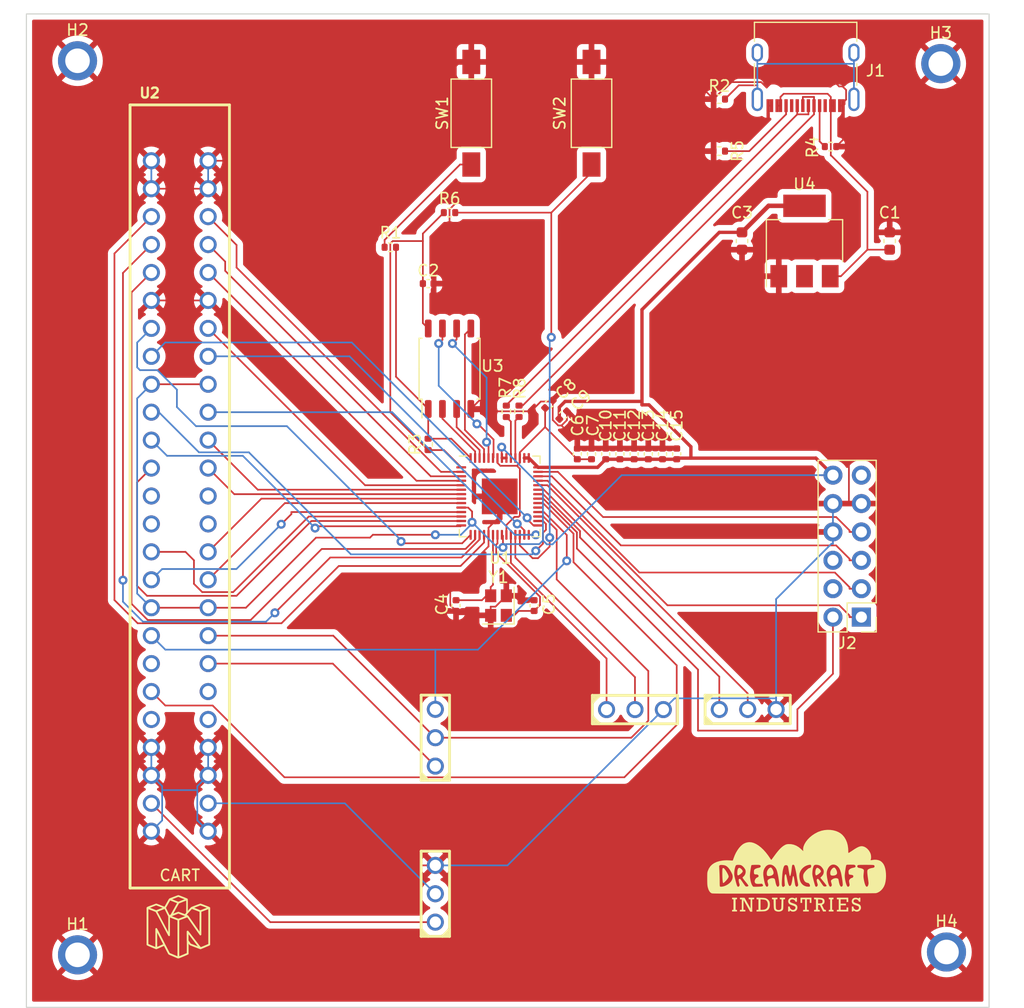
<source format=kicad_pcb>
(kicad_pcb (version 20211014) (generator pcbnew)
  (layers (0 "F.Cu" signal) (31 "B.Cu" signal) (34 "B.Paste" user) (35 "F.Paste" user) (36 "B.SilkS" user "B.Silkscreen") (37 "F.SilkS" user "F.Silkscreen") (38 "B.Mask" user) (39 "F.Mask" user) (44 "Edge.Cuts" user))
  (net 0 "")
  (net 1 "VBUS")
  (net 2 "/AD0")
  (net 3 "/AD1")
  (net 4 "/AD2")
  (net 5 "/AD3")
  (net 6 "/AD4")
  (net 7 "/AD5")
  (net 8 "/AD6")
  (net 9 "/AD7")
  (net 10 "/AD8")
  (net 11 "/AD9")
  (net 12 "/AD10")
  (net 13 "/AD11")
  (net 14 "/AD12")
  (net 15 "/AD13")
  (net 16 "/AD14")
  (net 17 "/AD15")
  (net 18 "GND")
  (net 19 "+3V3")
  (net 20 "/MCU1_XIN")
  (net 21 "Net-(C6-Pad1)")
  (net 22 "/MCU1_XOUT")
  (net 23 "/UART1 TX")
  (net 24 "/UART1 RX")
  (net 25 "/ALEL")
  (net 26 "/ALEH")
  (net 27 "/WRITE")
  (net 28 "/READ")
  (net 29 "/CIC_CLK")
  (net 30 "Net-(R7-Pad2)")
  (net 31 "/COLD_RESET")
  (net 32 "/SWCLK")
  (net 33 "/SWDIO")
  (net 34 "/CART_LAUDIO")
  (net 35 "/CART_RAUDIO")
  (net 36 "/CART_INT1")
  (net 37 "/CIC_DIO")
  (net 38 "/~{SSI_CS}")
  (net 39 "Net-(R1-Pad2)")
  (net 40 "Net-(J1-PadS1)")
  (net 41 "Net-(J1-PadA5)")
  (net 42 "Net-(J1-PadB5)")
  (net 43 "/RUN")
  (net 44 "/USB_D+")
  (net 45 "Net-(R8-Pad2)")
  (net 46 "/USB_D-")
  (net 47 "/GPIO23")
  (net 48 "/GPIO26")
  (net 49 "/GPIO27")
  (net 50 "/GPIO28")
  (net 51 "/GPIO29")
  (net 52 "/SSI_SD3")
  (net 53 "/SSI_SCLK")
  (net 54 "/SSI_SD0")
  (net 55 "/SSI_SD2")
  (net 56 "/SSI_SD1")
  (net 57 "/CART_12V")
  (net 58 "/N64_SI_CLK")
  (net 59 "/N64_SI_DAT")
  (net 60 "/CART_NMI")
  (net 62 "/CART_VIDEO_SYNC")
  (net 66 "/CART_12V_UNUSED")
  (footprint "Resistor_SMD:R_0402_1005Metric" (layer "F.Cu") (at 120.65 48.26)
    (fp_text reference "R2")
    (fp_text value "100k")
  )
  (footprint "Resistor_SMD:R_0402_1005Metric" (layer "F.Cu") (at 96.52 58.42)
    (fp_text reference "R6")
    (fp_text value "10k")
  )
  (footprint "MountingHole:MountingHole_2.2mm_M2_ISO7380_Pad_TopBottom" (layer "F.Cu") (at 63.246 124.841)
    (fp_text reference "H1")
    (fp_text value "MountingHole_Pad")
  )
  (footprint "Capacitor_SMD:C_0402_1005Metric" (layer "F.Cu") (at 114.3 80.01 90)
    (fp_text reference "C13")
    (fp_text value "100n" hide)
  )
  (footprint "MountingHole:MountingHole_2.2mm_M2_ISO7380_Pad_TopBottom" (layer "F.Cu") (at 63.246 44.831)
    (fp_text reference "H2")
    (fp_text value "MountingHole_Pad")
  )
  (footprint "Resistor_SMD:R_0402_1005Metric" (layer "F.Cu") (at 120.65 52.9153 180)
    (fp_text reference "R5")
    (fp_text value "5k1" hide)
  )
  (footprint "Resistor_SMD:R_0402_1005Metric" (layer "F.Cu") (at 102.7378 76.1965 -90)
    (fp_text reference "R8")
    (fp_text value "22R")
  )
  (footprint "Capacitor_SMD:C_0402_1005Metric" (layer "F.Cu") (at 97.1013 93.585 90)
    (fp_text reference "C4")
    (fp_text value "12p" hide)
  )
  (footprint "db-thparts:HDR1X3" (layer "F.Cu") (at 95.25 107.95 180)
    (fp_text reference "CON4" hide)
    (fp_text value "HDR1X3" hide)
  )
  (footprint "MountingHole:MountingHole_2.2mm_M2_ISO7380_Pad_TopBottom" (layer "F.Cu") (at 140.97 124.587)
    (fp_text reference "H4")
    (fp_text value "MountingHole_Pad")
  )
  (footprint "Button_Switch_SMD:SW_SPST_FSMSM" (layer "F.Cu") (at 98.4672 49.525 90)
    (fp_text reference "SW1")
    (fp_text value "BootButton")
  )
  (footprint "Package_SO:SOIC-8_5.23x5.23mm_P1.27mm" (layer "F.Cu") (at 96.52 72.39 90)
    (fp_text reference "U3")
    (fp_text value "W25Q128JVS" hide)
  )
  (footprint "Resistor_SMD:R_0402_1005Metric" (layer "F.Cu") (at 101.6 76.2 -90)
    (fp_text reference "R7")
    (fp_text value "22R")
  )
  (footprint "Capacitor_SMD:C_0402_1005Metric" (layer "F.Cu") (at 115.57 80.01 90)
    (fp_text reference "C14")
    (fp_text value "100n" hide)
  )
  (footprint "Resistor_SMD:R_0402_1005Metric" (layer "F.Cu") (at 94.6063 79.1601 90)
    (fp_text reference "R3")
    (fp_text value "10K" hide)
  )
  (footprint "db-thparts:N64-CONN" (layer "F.Cu") (at 69.85 53.7785)
    (fp_text reference "U2")
    (fp_text value "N64-Cartridge" hide)
  )
  (footprint "db-thparts:HDR1X3" (layer "F.Cu") (at 120.65 102.8825 90)
    (fp_text reference "CON1" hide)
    (fp_text value "HDR1X3" hide)
  )
  (footprint "Capacitor_SMD:C_0402_1005Metric" (layer "F.Cu") (at 107.95 80.01 90)
    (fp_text reference "C6")
    (fp_text value "100n" hide)
  )
  (footprint "Capacitor_SMD:C_0402_1005Metric" (layer "F.Cu") (at 110.49 80.01 90)
    (fp_text reference "C10")
    (fp_text value "100n" hide)
  )
  (footprint "Capacitor_SMD:C_0402_1005Metric" (layer "F.Cu") (at 111.76 80.01 90)
    (fp_text reference "C11")
    (fp_text value "100n" hide)
  )
  (footprint "Capacitor_SMD:C_0402_1005Metric" (layer "F.Cu") (at 105.41 75.565 45)
    (fp_text reference "C8")
    (fp_text value "1u")
  )
  (footprint "Capacitor_SMD:C_0402_1005Metric" (layer "F.Cu") (at 106.68 76.5412 45)
    (fp_text reference "C9")
    (fp_text value "1u")
  )
  (footprint "Capacitor_SMD:C_0402_1005Metric" (layer "F.Cu") (at 94.615 64.77)
    (fp_text reference "C2")
    (fp_text value "100n")
  )
  (footprint "Capacitor_SMD:C_0402_1005Metric" (layer "F.Cu") (at 116.84 80.01 90)
    (fp_text reference "C15")
    (fp_text value "100n")
  )
  (footprint "Capacitor_SMD:C_0402_1005Metric" (layer "F.Cu") (at 113.03 80.01 90)
    (fp_text reference "C12")
    (fp_text value "100n" hide)
  )
  (footprint "Resistor_SMD:R_0402_1005Metric" (layer "F.Cu") (at 130.599463 52.508817)
    (fp_text reference "R4")
    (fp_text value "5k1" hide)
  )
  (footprint "Capacitor_SMD:C_0603_1608Metric" (layer "F.Cu") (at 122.682 60.96 -90)
    (fp_text reference "C3")
    (fp_text value "10u")
  )
  (footprint "MountingHole:MountingHole_2.2mm_M2_ISO7380_Pad_TopBottom" (layer "F.Cu") (at 140.462 45.085)
    (fp_text reference "H3")
    (fp_text value "MountingHole_Pad")
  )
  (footprint "Capacitor_SMD:C_0402_1005Metric" (layer "F.Cu") (at 104.0863 93.585 -90)
    (fp_text reference "C5")
    (fp_text value "12p" hide)
  )
  (footprint "Package_TO_SOT_SMD:SOT-223-3_TabPin2" (layer "F.Cu") (at 128.27 60.96 90)
    (fp_text reference "U4")
    (fp_text value "NCP1117-3.3_SOT223")
  )
  (footprint "LOGO" (layer "F.Cu") (at 127.508 117.729)
    (fp_text reference "G***" hide)
    (fp_text value "LOGO" hide)
  )
  (footprint "Crystal:Crystal_SMD_2520-4Pin_2.5x2.0mm" (layer "F.Cu") (at 100.9 93.585 90)
    (fp_text reference "Y1")
    (fp_text value "12MHz 10ppm" hide)
  )
  (footprint "Connector_USB:USB_C_Receptacle_XKB_U262-16XN-4BVC11" (layer "F.Cu") (at 128.3718 45.175 180)
    (fp_text reference "J1")
    (fp_text value "USB_C_Receptacle_USB2.0")
  )
  (footprint "Package_DFN_QFN:QFN-56-1EP_7x7mm_P0.4mm_EP3.2x3.2mm" (layer "F.Cu") (at 101.0072 83.815)
    (fp_text reference "U1")
    (fp_text value "RP2040" hide)
  )
  (footprint "Resistor_SMD:R_0402_1005Metric" (layer "F.Cu") (at 91.2226 61.5182 180)
    (fp_text reference "R1")
    (fp_text value "1K")
  )
  (footprint "LOGO" (layer "F.Cu") (at 72.136 122.301)
    (fp_text reference "G***" hide)
    (fp_text value "LOGO" hide)
  )
  (footprint "Connector_PinHeader_2.54mm:PinHeader_2x06_P2.54mm_Vertical" (layer "F.Cu") (at 133.355 94.615 180)
    (fp_text reference "J2")
    (fp_text value "Conn_02x06_Odd_Even" hide)
  )
  (footprint "db-thparts:HDR1X3" (layer "F.Cu") (at 95.25 121.915 180)
    (fp_text reference "CON3" hide)
    (fp_text value "HDR1X3" hide)
  )
  (footprint "Button_Switch_SMD:SW_SPST_FSMSM" (layer "F.Cu") (at 109.22 49.525 -90)
    (fp_text reference "SW2")
    (fp_text value "ResetButton")
  )
  (footprint "db-thparts:HDR1X3" (layer "F.Cu") (at 110.5661 102.8935 90)
    (fp_text reference "CON2" hide)
    (fp_text value "HDR1X3" hide)
  )
  (footprint "Capacitor_SMD:C_0402_1005Metric" (layer "F.Cu") (at 109.22 80.01 90)
    (fp_text reference "C7")
    (fp_text value "100n" hide)
  )
  (footprint "Capacitor_SMD:C_0603_1608Metric" (layer "F.Cu") (at 135.89 60.96 90)
    (fp_text reference "C1")
    (fp_text value "10u")
  )
  (gr_rect (start 58.674 40.64) (end 144.78 129.54) (layer "Edge.Cuts") (width 0.1) (fill none))
  (gr_text "CART" (at 72.39 117.729) (layer "F.SilkS") (effects (font (size 1 1))))
  (segment (start 130.3371 47.782) (end 130.6218 48.0667) (width 0.15) (layer "F.Cu") (net 1))
  (segment (start 130.57 64.11) (end 131.5233 64.11) (width 0.15) (layer "F.Cu") (net 1))
  (segment (start 135.89 61.735) (end 133.8983 61.735) (width 0.15) (layer "F.Cu") (net 1))
  (segment (start 133.8983 56.5553) (end 133.8983 61.735) (width 0.15) (layer "F.Cu") (net 1))
  (segment (start 130.6218 48.845) (end 130.6218 48.0667) (width 0.15) (layer "F.Cu") (net 1))
  (segment (start 126.1218 48.845) (end 126.1218 48.0667) (width 0.15) (layer "F.Cu") (net 1))
  (segment (start 130.6218 48.845) (end 130.9218 48.845) (width 0.15) (layer "F.Cu") (net 1))
  (segment (start 133.8983 61.735) (end 131.5233 64.11) (width 0.15) (layer "F.Cu") (net 1))
  (segment (start 130.6218 53.2788) (end 133.8983 56.5553) (width 0.15) (layer "F.Cu") (net 1))
  (segment (start 126.1218 48.845) (end 125.8218 48.845) (width 0.15) (layer "F.Cu") (net 1))
  (segment (start 130.6218 48.845) (end 130.6218 53.2788) (width 0.15) (layer "F.Cu") (net 1))
  (segment (start 130.6218 53.2788) (end 130.6218 53.3186) (width 0.15) (layer "F.Cu") (net 1))
  (segment (start 126.4065 47.782) (end 130.3371 47.782) (width 0.15) (layer "F.Cu") (net 1))
  (segment (start 126.1218 48.0667) (end 126.4065 47.782) (width 0.15) (layer "F.Cu") (net 1))
  (segment (start 77.47 61.3185) (end 74.93 58.7785) (width 0.15) (layer "F.Cu") (net 2))
  (segment (start 77.47 63.3329) (end 77.47 61.3185) (width 0.15) (layer "F.Cu") (net 2))
  (segment (start 95.7521 81.615) (end 77.47 63.3329) (width 0.15) (layer "F.Cu") (net 2))
  (segment (start 97.5697 81.615) (end 95.7521 81.615) (width 0.15) (layer "F.Cu") (net 2))
  (segment (start 76.454 62.8025) (end 74.93 61.2785) (width 0.15) (layer "F.Cu") (net 3))
  (segment (start 97.5697 82.015) (end 94.842 82.015) (width 0.15) (layer "F.Cu") (net 3))
  (segment (start 76.454 63.627) (end 76.454 62.8025) (width 0.15) (layer "F.Cu") (net 3))
  (segment (start 94.842 82.015) (end 76.454 63.627) (width 0.15) (layer "F.Cu") (net 3))
  (segment (start 97.5697 82.415) (end 93.5665 82.415) (width 0.15) (layer "F.Cu") (net 4))
  (segment (start 93.5665 82.415) (end 74.93 63.7785) (width 0.15) (layer "F.Cu") (net 4))
  (segment (start 97.5697 82.815) (end 88.9665 82.815) (width 0.15) (layer "F.Cu") (net 5))
  (segment (start 88.9665 82.815) (end 74.93 68.7785) (width 0.15) (layer "F.Cu") (net 5))
  (segment (start 97.5697 83.215) (end 79.3665 83.215) (width 0.15) (layer "F.Cu") (net 6))
  (segment (start 79.3665 83.215) (end 74.93 78.7785) (width 0.15) (layer "F.Cu") (net 6))
  (segment (start 97.5697 83.615) (end 77.2665 83.615) (width 0.15) (layer "F.Cu") (net 7))
  (segment (start 77.2665 83.615) (end 74.93 81.2785) (width 0.15) (layer "F.Cu") (net 7))
  (segment (start 79.6935 84.015) (end 74.93 88.7785) (width 0.15) (layer "F.Cu") (net 8))
  (segment (start 97.5697 84.015) (end 79.6935 84.015) (width 0.15) (layer "F.Cu") (net 8))
  (segment (start 81.7935 84.415) (end 74.93 91.2785) (width 0.15) (layer "F.Cu") (net 9))
  (segment (start 97.5697 84.415) (end 81.7935 84.415) (width 0.15) (layer "F.Cu") (net 9))
  (segment (start 82.3742 85.396672) (end 81.465093 86.305779) (width 0.15) (layer "F.Cu") (net 10))
  (segment (start 82.3742 85.215) (end 82.3742 85.396672) (width 0.15) (layer "F.Cu") (net 10))
  (segment (start 97.5697 85.215) (end 82.3742 85.215) (width 0.15) (layer "F.Cu") (net 10))
  (via (at 81.465093 86.305779) (size 0.8) (drill 0.4) (layers "F.Cu" "B.Cu") (net 10))
  (segment (start 81.465093 86.305779) (end 77.456372 90.3145) (width 0.15) (layer "B.Cu") (net 10))
  (segment (start 70.814 90.3145) (end 69.85 91.2785) (width 0.15) (layer "B.Cu") (net 10))
  (segment (start 77.456372 90.3145) (end 70.814 90.3145) (width 0.15) (layer "B.Cu") (net 10))
  (segment (start 73.66 89.535) (end 72.9035 88.7785) (width 0.15) (layer "F.Cu") (net 11))
  (segment (start 83.93 85.615) (end 77.166081 92.378919) (width 0.15) (layer "F.Cu") (net 11))
  (segment (start 74.398651 92.378919) (end 73.66 91.640268) (width 0.15) (layer "F.Cu") (net 11))
  (segment (start 72.9035 88.7785) (end 69.85 88.7785) (width 0.15) (layer "F.Cu") (net 11))
  (segment (start 97.5697 85.615) (end 83.93 85.615) (width 0.15) (layer "F.Cu") (net 11))
  (segment (start 77.166081 92.378919) (end 74.398651 92.378919) (width 0.15) (layer "F.Cu") (net 11))
  (segment (start 73.66 91.640268) (end 73.66 89.535) (width 0.15) (layer "F.Cu") (net 11))
  (segment (start 84.165 86.015) (end 77.47 92.71) (width 0.15) (layer "F.Cu") (net 12))
  (segment (start 68.572 82.5565) (end 69.85 81.2785) (width 0.15) (layer "F.Cu") (net 12))
  (segment (start 77.47 92.71) (end 69.463 92.71) (width 0.15) (layer "F.Cu") (net 12))
  (segment (start 69.463 92.71) (end 68.572 91.819) (width 0.15) (layer "F.Cu") (net 12))
  (segment (start 68.572 91.819) (end 68.572 82.5565) (width 0.15) (layer "F.Cu") (net 12))
  (segment (start 97.5697 86.015) (end 84.165 86.015) (width 0.15) (layer "F.Cu") (net 12))
  (segment (start 97.4977 86.487) (end 84.653 86.487) (width 0.15) (layer "F.Cu") (net 13))
  (segment (start 97.5697 86.415) (end 97.4977 86.487) (width 0.15) (layer "F.Cu") (net 13))
  (segment (start 84.653 86.487) (end 84.494 86.646) (width 0.15) (layer "F.Cu") (net 13))
  (via (at 84.494 86.646) (size 0.8) (drill 0.4) (layers "F.Cu" "B.Cu") (net 13))
  (segment (start 84.494 86.646) (end 78.03022 80.18222) (width 0.15) (layer "B.Cu") (net 13))
  (segment (start 78.03022 80.18222) (end 71.25372 80.18222) (width 0.15) (layer "B.Cu") (net 13))
  (segment (start 71.25372 80.18222) (end 69.85 78.7785) (width 0.15) (layer "B.Cu") (net 13))
  (segment (start 98.4072 87.2525) (end 97.6487 88.011) (width 0.15) (layer "F.Cu") (net 14))
  (segment (start 92.345737 88.011) (end 92.185237 87.8505) (width 0.15) (layer "F.Cu") (net 14))
  (segment (start 97.6487 88.011) (end 92.345737 88.011) (width 0.15) (layer "F.Cu") (net 14))
  (via (at 92.185237 87.8505) (size 0.8) (drill 0.4) (layers "F.Cu" "B.Cu") (net 14))
  (segment (start 68.58 72.263) (end 68.834 72.517) (width 0.15) (layer "B.Cu") (net 14))
  (segment (start 68.834 72.517) (end 70.3911 72.517) (width 0.15) (layer "B.Cu") (net 14))
  (segment (start 72.136 75.819) (end 73.8455 77.5285) (width 0.15) (layer "B.Cu") (net 14))
  (segment (start 69.85 68.7785) (end 68.58 70.0485) (width 0.15) (layer "B.Cu") (net 14))
  (segment (start 70.3911 72.517) (end 72.136 74.2619) (width 0.15) (layer "B.Cu") (net 14))
  (segment (start 92.185237 87.740237) (end 92.185237 87.8505) (width 0.15) (layer "B.Cu") (net 14))
  (segment (start 73.8455 77.5285) (end 81.9735 77.5285) (width 0.15) (layer "B.Cu") (net 14))
  (segment (start 72.136 74.2619) (end 72.136 75.819) (width 0.15) (layer "B.Cu") (net 14))
  (segment (start 68.58 70.0485) (end 68.58 72.263) (width 0.15) (layer "B.Cu") (net 14))
  (segment (start 81.9735 77.5285) (end 92.185237 87.740237) (width 0.15) (layer "B.Cu") (net 14))
  (segment (start 68.072 93.424) (end 69.522092 94.874092) (width 0.15) (layer "F.Cu") (net 15))
  (segment (start 98.8072 87.6616) (end 98.8072 87.2525) (width 0.15) (layer "F.Cu") (net 15))
  (segment (start 69.85 63.7785) (end 68.072 65.5565) (width 0.15) (layer "F.Cu") (net 15))
  (segment (start 78.734908 94.874092) (end 85.09 88.519) (width 0.15) (layer "F.Cu") (net 15))
  (segment (start 97.9498 88.519) (end 98.8072 87.6616) (width 0.15) (layer "F.Cu") (net 15))
  (segment (start 69.522092 94.874092) (end 78.734908 94.874092) (width 0.15) (layer "F.Cu") (net 15))
  (segment (start 68.072 65.5565) (end 68.072 93.424) (width 0.15) (layer "F.Cu") (net 15))
  (segment (start 85.09 88.519) (end 97.9498 88.519) (width 0.15) (layer "F.Cu") (net 15))
  (segment (start 67.31 63.8185) (end 67.31 91.313) (width 0.15) (layer "F.Cu") (net 16))
  (segment (start 99.2072 87.6699) (end 99.2072 87.2525) (width 0.15) (layer "F.Cu") (net 16))
  (segment (start 85.852 89.281) (end 97.5961 89.281) (width 0.15) (layer "F.Cu") (net 16))
  (segment (start 69.85 61.2785) (end 67.31 63.8185) (width 0.15) (layer "F.Cu") (net 16))
  (segment (start 80.899 94.234) (end 85.852 89.281) (width 0.15) (layer "F.Cu") (net 16))
  (segment (start 97.5961 89.281) (end 99.2072 87.6699) (width 0.15) (layer "F.Cu") (net 16))
  (via (at 80.899 94.234) (size 0.8) (drill 0.4) (layers "F.Cu" "B.Cu") (net 16))
  (via (at 67.31 91.313) (size 0.8) (drill 0.4) (layers "F.Cu" "B.Cu") (net 16))
  (segment (start 80.105533 95.027467) (end 69.096749 95.027467) (width 0.15) (layer "B.Cu") (net 16))
  (segment (start 67.31 93.240718) (end 67.31 91.313) (width 0.15) (layer "B.Cu") (net 16))
  (segment (start 80.899 94.234) (end 80.105533 95.027467) (width 0.15) (layer "B.Cu") (net 16))
  (segment (start 69.096749 95.027467) (end 67.31 93.240718) (width 0.15) (layer "B.Cu") (net 16))
  (segment (start 66.548 62.0805) (end 66.548 93.091) (width 0.15) (layer "F.Cu") (net 17))
  (segment (start 68.626439 95.169439) (end 81.487561 95.169439) (width 0.15) (layer "F.Cu") (net 17))
  (segment (start 81.487561 95.169439) (end 86.614 90.043) (width 0.15) (layer "F.Cu") (net 17))
  (segment (start 86.614 90.043) (end 97.507919 90.043) (width 0.15) (layer "F.Cu") (net 17))
  (segment (start 97.507919 90.043) (end 99.6072 87.943719) (width 0.15) (layer "F.Cu") (net 17))
  (segment (start 66.548 93.091) (end 68.626439 95.169439) (width 0.15) (layer "F.Cu") (net 17))
  (segment (start 99.6072 87.943719) (end 99.6072 87.2525) (width 0.15) (layer "F.Cu") (net 17))
  (segment (start 69.85 58.7785) (end 66.548 62.0805) (width 0.15) (layer "F.Cu") (net 17))
  (segment (start 95.8075 64.77) (end 96.35425 64.77) (width 0.15) (layer "F.Cu") (net 18))
  (segment (start 100.0072 86.6183) (end 100.0072 87.2525) (width 0.15) (layer "F.Cu") (net 18))
  (segment (start 111.76 79.53) (end 113.03 79.53) (width 0.15) (layer "F.Cu") (net 18))
  (segment (start 99.2559 56.3191) (end 100.076 55.499) (width 0.15) (layer "F.Cu") (net 18))
  (segment (start 99.568 67.691) (end 99.568 74.847) (width 0.15) (layer "F.Cu") (net 18))
  (segment (start 103.8131 76.2) (end 98.635 76.2) (width 0.15) (layer "F.Cu") (net 18))
  (segment (start 120.14 50.675) (end 120.14 52.9153) (width 0.15) (layer "F.Cu") (net 18))
  (segment (start 115.57 79.53) (end 116.84 79.53) (width 0.15) (layer "F.Cu") (net 18))
  (segment (start 77.9865 116.835) (end 74.93 113.7785) (width 0.15) (layer "F.Cu") (net 18))
  (segment (start 105.7494 75.3239) (end 104.6892 75.3239) (width 0.15) (layer "F.Cu") (net 18))
  (segment (start 107.0194 76.9874) (end 107.0194 76.2018) (width 0.15) (layer "F.Cu") (net 18))
  (segment (start 98.4672 44.935) (end 109.22 44.935) (width 0.15) (layer "F.Cu") (net 18))
  (segment (start 88.6204 53.7785) (end 94.4646 47.9343) (width 0.15) (layer "F.Cu") (net 18))
  (segment (start 131.8571 48.7097) (end 131.8571 48.434001) (width 0.15) (layer "F.Cu") (net 18))
  (segment (start 100.6283 93.6817) (end 100.2 93.6817) (width 0.15) (layer "F.Cu") (net 18))
  (segment (start 120.265 50.8) (end 120.14 50.675) (width 0.15) (layer "F.Cu") (net 18))
  (segment (start 96.5874 91.7111) (end 100.0072 88.2913) (width 0.15) (layer "F.Cu") (net 18))
  (segment (start 101.6 92.71) (end 102.3033 92.71) (width 0.15) (layer "F.Cu") (net 18))
  (segment (start 98.9874 75.4276) (end 98.425 75.99) (width 0.15) (layer "F.Cu") (net 18))
  (segment (start 101.6 92.71) (end 100.6283 93.6817) (width 0.15) (layer "F.Cu") (net 18))
  (segment (start 105.7494 75.3239) (end 105.7494 75.2256) (width 0.15) (layer "F.Cu") (net 18))
  (segment (start 101.0072 83.815) (end 101.0072 85.6183) (width 0.15) (layer "F.Cu") (net 18))
  (segment (start 74.93 56.2785) (end 72.39 56.2785) (width 0.15) (layer "F.Cu") (net 18))
  (segment (start 74.93 66.2785) (end 72.39 66.2785) (width 0.15) (layer "F.Cu") (net 18))
  (segment (start 131.9898 47.439222) (end 131.676577 47.125999) (width 0.15) (layer "F.Cu") (net 18))
  (segment (start 74.93 53.7785) (end 88.6204 53.7785) (width 0.15) (layer "F.Cu") (net 18))
  (segment (start 97.1013 94.065) (end 96.5874 93.5511) (width 0.15) (layer "F.Cu") (net 18))
  (segment (start 95.8075 64.77) (end 96.647 64.77) (width 0.15) (layer "F.Cu") (net 18))
  (segment (start 115.57 79.53) (end 114.3 79.53) (width 0.15) (layer "F.Cu") (net 18))
  (segment (start 106.5363 77.4705) (end 106.2462 77.4705) (width 0.15) (layer "F.Cu") (net 18))
  (segment (start 124.46 50.8) (end 120.265 50.8) (width 0.15) (layer "F.Cu") (net 18))
  (segment (start 131.7218 51.89648) (end 131.109463 52.508817) (width 0.15) (layer "F.Cu") (net 18))
  (segment (start 95.095 64.77) (end 95.8075 64.77) (width 0.15) (layer "F.Cu") (net 18))
  (segment (start 131.8571 48.434001) (end 131.9898 48.301301) (width 0.15) (layer "F.Cu") (net 18))
  (segment (start 107.95 78.8842) (end 106.5363 77.4705) (width 0.15) (layer "F.Cu") (net 18))
  (segment (start 109.22 44.935) (end 116.815 44.935) (width 0.15) (layer "F.Cu") (net 18))
  (segment (start 100.2 94.361) (end 97.3973 94.361) (width 0.15) (layer "F.Cu") (net 18))
  (segment (start 109.22 79.53) (end 110.49 79.53) (width 0.15) (layer "F.Cu") (net 18))
  (segment (start 133.355 84.455) (end 132.2437 84.455) (width 0.15) (layer "F.Cu") (net 18))
  (segment (start 100.076 52.705) (end 95.3053 47.9343) (width 0.15) (layer "F.Cu") (net 18))
  (segment (start 99.568 74.847) (end 98.9874 75.4276) (width 0.15) (layer "F.Cu") (net 18))
  (segment (start 72.39 66.2785) (end 69.85 66.2785) (width 0.15) (layer "F.Cu") (net 18))
  (segment (start 124.8866 47.2325) (end 124.3934 46.7393) (width 0.15) (layer "F.Cu") (net 18))
  (segment (start 110.49 79.53) (end 111.76 79.53) (width 0.15) (layer "F.Cu") (net 18))
  (segment (start 132.2437 65.6938) (end 132.2437 84.455) (width 0.15) (layer "F.Cu") (net 18))
  (segment (start 100.076 55.499) (end 100.076 52.705) (width 0.15) (layer "F.Cu") (net 18))
  (segment (start 121.6607 46.7393) (end 120.14 48.26) (width 0.15) (layer "F.Cu") (net 18))
  (segment (start 107.95 79.53) (end 107.95 78.8842) (width 0.15) (layer "F.Cu") (net 18))
  (segment (start 94.4646 47.9343) (end 97.4639 44.935) (width 0.15) (layer "F.Cu") (net 18))
  (segment (start 96.52 64.60425) (end 96.52 58.1274) (width 0.15) (layer "F.Cu") (net 18))
  (segment (start 95.3053 47.9343) (end 94.4646 47.9343) (width 0.15) (layer "F.Cu") (net 18))
  (segment (start 113.03 79.53) (end 114.3 79.53) (width 0.15) (layer "F.Cu") (net 18))
  (segment (start 106.2462 77.4705) (end 105.7494 76.9737) (width 0.15) (layer "F.Cu") (net 18))
  (segment (start 98.3283 56.3191) (end 99.2559 56.3191) (width 0.15) (layer "F.Cu") (net 18))
  (segment (start 106.5363 77.4705) (end 107.0194 76.9874) (width 0.15) (layer "F.Cu") (net 18))
  (segment (start 131.9898 48.301301) (end 131.9898 47.439222) (width 0.15) (layer "F.Cu") (net 18))
  (segment (start 125.0218 48.845) (end 125.0218 50.2382) (width 0.15) (layer "F.Cu") (net 18))
  (segment (start 104.6892 75.3239) (end 103.8131 76.2) (width 0.15) (layer "F.Cu") (net 18))
  (segment (start 105.7494 76.9737) (end 105.7494 75.3239) (width 0.15) (layer "F.Cu") (net 18))
  (segment (start 96.52 58.1274) (end 98.3283 56.3191) (width 0.15) (layer "F.Cu") (net 18))
  (segment (start 120.14 48.26) (end 120.14 50.675) (width 0.15) (layer "F.Cu") (net 18))
  (segment (start 131.366999 47.125999) (end 130.596 46.355) (width 0.15) (layer "F.Cu") (net 18))
  (segment (start 98.635 76.2) (end 98.425 75.99) (width 0.15) (layer "F.Cu") (net 18))
  (segment (start 102.6983 93.105) (end 102.3033 92.71) (width 0.15) (layer "F.Cu") (net 18))
  (segment (start 96.35425 64.77) (end 96.52 64.60425) (width 0.15) (layer "F.Cu") (net 18))
  (segment (start 100.0072 88.2913) (end 100.0072 87.2525) (width 0.15) (layer "F.Cu") (net 18))
  (segment (start 116.815 44.935) (end 120.14 48.26) (width 0.15) (layer "F.Cu") (net 18))
  (segment (start 96.647 64.77) (end 99.568 67.691) (width 0.15) (layer "F.Cu") (net 18))
  (segment (start 109.22 79.53) (end 107.95 79.53) (width 0.15) (layer "F.Cu") (net 18))
  (segment (start 72.39 56.2785) (end 72.39 66.2785) (width 0.15) (layer "F.Cu") (net 18))
  (segment (start 125.0218 50.2382) (end 124.46 50.8) (width 0.15) (layer "F.Cu") (net 18))
  (segment (start 131.7218 48.845) (end 131.7218 51.89648) (width 0.15) (layer "F.Cu") (net 18))
  (segment (start 124.3934 46.7393) (end 121.6607 46.7393) (width 0.15) (layer "F.Cu") (net 18))
  (segment (start 96.5874 93.5511) (end 96.5874 91.7111) (width 0.15) (layer "F.Cu") (net 18))
  (segment (start 130.596 46.355) (end 125.7641 46.355) (width 0.15) (layer "F.Cu") (net 18))
  (segment (start 104.0863 93.105) (end 102.6983 93.105) (width 0.15) (layer "F.Cu") (net 18))
  (segment (start 97.3973 94.361) (end 97.1013 94.065) (width 0.15) (layer "F.Cu") (net 18))
  (segment (start 101.0072 85.6183) (end 100.0072 86.6183) (width 0.15) (layer "F.Cu") (net 18))
  (segment (start 125.7641 46.355) (end 124.8866 47.2325) (width 0.15) (layer "F.Cu") (net 18))
  (segment (start 131.676577 47.125999) (end 131.366999 47.125999) (width 0.15) (layer "F.Cu") (net 18))
  (segment (start 125.3218 48.845) (end 125.0218 48.845) (width 0.15) (layer "F.Cu") (net 18))
  (segment (start 132.2437 84.455) (end 130.815 84.455) (width 0.15) (layer "F.Cu") (net 18))
  (segment (start 98.4672 44.935) (end 97.4639 44.935) (width 0.15) (layer "F.Cu") (net 18))
  (segment (start 95.25 116.835) (end 77.9865 116.835) (width 0.15) (layer "F.Cu") (net 18))
  (segment (start 100.2 94.361) (end 100.2 93.6817) (width 0.15) (layer "F.Cu") (net 18))
  (segment (start 100.2 94.46) (end 100.2 94.361) (width 0.15) (layer "F.Cu") (net 18))
  (segment (start 131.4218 48.845) (end 131.7218 48.845) (width 0.15) (layer "F.Cu") (net 18))
  (segment (start 72.39 56.2785) (end 69.85 56.2785) (width 0.15) (layer "F.Cu") (net 18))
  (segment (start 131.7218 48.845) (end 131.8571 48.7097) (width 0.15) (layer "F.Cu") (net 18))
  (segment (start 70.8154 109.7439) (end 69.85 108.7785) (width 0.15) (layer "B.Cu") (net 18))
  (segment (start 69.85 113.7785) (end 70.8154 112.8131) (width 0.15) (layer "B.Cu") (net 18))
  (segment (start 74.93 108.7785) (end 74.93 106.2785) (width 0.15) (layer "B.Cu") (net 18))
  (segment (start 73.958 110.0984) (end 73.958 109.7505) (width 0.15) (layer "B.Cu") (net 18))
  (segment (start 125.73 93.0016) (end 125.73 101.8865) (width 0.15) (layer "B.Cu") (net 18))
  (segment (start 73.958 109.7505) (end 74.93 108.7785) (width 0.15) (layer "B.Cu") (net 18))
  (segment (start 130.815 88.0483) (end 130.6833 88.0483) (width 0.15) (layer "B.Cu") (net 18))
  (segment (start 116.6531 101.8865) (end 125.73 101.8865) (width 0.15) (layer "B.Cu") (net 18))
  (segment (start 130.815 86.995) (end 130.815 88.0483) (width 0.15) (layer "B.Cu") (net 18))
  (segment (start 70.8154 110.0984) (end 73.958 110.0984) (width 0.15) (layer "B.Cu") (net 18))
  (segment (start 73.958 112.8065) (end 73.958 110.0984) (width 0.15) (layer "B.Cu") (net 18))
  (segment (start 70.8154 110.0984) (end 70.8154 109.7439) (width 0.15) (layer "B.Cu") (net 18))
  (segment (start 70.8154 112.8131) (end 70.8154 110.0984) (width 0.15) (layer "B.Cu") (net 18))
  (segment (start 115.6461 102.8935) (end 116.6531 101.8865) (width 0.15) (layer "B.Cu") (net 18))
  (segment (start 101.7046 116.835) (end 115.6461 102.8935) (width 0.15) (layer "B.Cu") (net 18))
  (segment (start 69.85 56.2785) (end 69.85 53.7785) (width 0.15) (layer "B.Cu") (net 18))
  (segment (start 69.85 108.7785) (end 69.85 106.2785) (width 0.15) (layer "B.Cu") (net 18))
  (segment (start 95.25 116.835) (end 101.7046 116.835) (width 0.15) (layer "B.Cu") (net 18))
  (segment (start 130.815 84.455) (end 130.815 86.995) (width 0.15) (layer "B.Cu") (net 18))
  (segment (start 125.73 101.8865) (end 125.73 102.8825) (width 0.15) (layer "B.Cu") (net 18))
  (segment (start 74.93 56.2785) (end 74.93 53.7785) (width 0.15) (layer "B.Cu") (net 18))
  (segment (start 74.93 113.7785) (end 73.958 112.8065) (width 0.15) (layer "B.Cu") (net 18))
  (segment (start 130.6833 88.0483) (end 125.73 93.0016) (width 0.15) (layer "B.Cu") (net 18))
  (segment (start 91.4391 60.9625) (end 91.2226 61.179) (width 0.15) (layer "F.Cu") (net 19))
  (segment (start 91.2226 76.2864) (end 94.6063 79.6701) (width 0.15) (layer "F.Cu") (net 19))
  (segment (start 115.57 80.49) (end 114.3 80.49) (width 0.3) (layer "F.Cu") (net 19))
  (segment (start 118.11 79.375) (end 118.11 80.391) (width 0.3) (layer "F.Cu") (net 19))
  (segment (start 103.2072 80.3775) (end 103.6072 80.3775) (width 0.3) (layer "F.Cu") (net 19))
  (segment (start 94.135 60.295) (end 96.01 58.42) (width 0.15) (layer "F.Cu") (net 19))
  (segment (start 101.2072 87.2525) (end 101.299 87.3443) (width 0.15) (layer "F.Cu") (net 19))
  (segment (start 128.27 57.81) (end 125.057 57.81) (width 0.4) (layer "F.Cu") (net 19))
  (segment (start 130.815 81.915) (end 129.291 80.391) (width 0.3) (layer "F.Cu") (net 19))
  (segment (start 89.662 87.249) (end 89.408 87.503) (width 0.15) (layer "F.Cu") (net 19))
  (segment (start 120.65 60.185) (end 122.682 60.185) (width 0.3) (layer "F.Cu") (net 19))
  (segment (start 106.3406 76.8806) (end 106.3406 75.833822) (width 0.3) (layer "F.Cu") (net 19))
  (segment (start 101.299 87.3443) (end 101.299 88.3816) (width 0.15) (layer "F.Cu") (net 19))
  (segment (start 69.85 93.7785) (end 74.93 93.7785) (width 0.15) (layer "F.Cu") (net 19))
  (segment (start 84.582 87.503) (end 78.3065 93.7785) (width 0.15) (layer "F.Cu") (net 19))
  (segment (start 98.5372 85.16756) (end 98.5372 86.1295) (width 0.1524) (layer "F.Cu") (net 19))
  (segment (start 101.1841 80.3544) (end 101.1841 79.4041) (width 0.15) (layer "F.Cu") (net 19))
  (segment (start 94.135 60.9625) (end 91.4391 60.9625) (width 0.15) (layer "F.Cu") (net 19))
  (segment (start 113.03 80.49) (end 114.3 80.49) (width 0.3) (layer "F.Cu") (net 19))
  (segment (start 98.18464 84.815) (end 98.5372 85.16756) (width 0.1524) (layer "F.Cu") (net 19))
  (segment (start 78.3065 93.7785) (end 74.93 93.7785) (width 0.15) (layer "F.Cu") (net 19))
  (segment (start 96.0248 79.6701) (end 94.6063 79.6701) (width 0.15) (layer "F.Cu") (net 19))
  (segment (start 69.85 73.7785) (end 74.93 73.7785) (width 0.15) (layer "F.Cu") (net 19))
  (segment (start 101.2072 80.3775) (end 101.1841 80.3544) (width 0.15) (layer "F.Cu") (net 19))
  (segment (start 106.863422 75.311) (end 113.697895 75.311) (width 0.3) (layer "F.Cu") (net 19))
  (segment (start 94.135 64.77) (end 94.135 60.9625) (width 0.15) (layer "F.Cu") (net 19))
  (segment (start 113.734 75.6215) (end 113.734 67.101) (width 0.3) (layer "F.Cu") (net 19))
  (segment (start 111.76 80.49) (end 110.49 80.49) (width 0.3) (layer "F.Cu") (net 19))
  (segment (start 97.5697 84.815) (end 98.18464 84.815) (width 0.1524) (layer "F.Cu") (net 19))
  (segment (start 129.291 80.391) (end 116.939 80.391) (width 0.3) (layer "F.Cu") (net 19))
  (segment (start 94.135 68.31) (end 94.615 68.79) (width 0.15) (layer "F.Cu") (net 19))
  (segment (start 106.3406 75.833822) (end 106.863422 75.311) (width 0.3) (layer "F.Cu") (net 19))
  (segment (start 89.408 87.503) (end 84.582 87.503) (width 0.15) (layer "F.Cu") (net 19))
  (segment (start 95.25 87.249) (end 89.662 87.249) (width 0.15) (layer "F.Cu") (net 19))
  (segment (start 113.697895 75.311) (end 113.707067 75.301828) (width 0.3) (layer "F.Cu") (net 19))
  (segment (start 94.135 64.77) (end 94.135 68.31) (width 0.15) (layer "F.Cu") (net 19))
  (segment (start 130.815 81.915) (end 129.7617 81.915) (width 0.15) (layer "F.Cu") (net 19))
  (segment (start 125.057 57.81) (end 122.682 60.185) (width 0.4) (layer "F.Cu") (net 19))
  (segment (start 103.6072 80.3775) (end 104.4447 81.215) (width 0.3) (layer "F.Cu") (net 19))
  (segment (start 101.2072 80.3775) (end 101.6072 80.3775) (width 0.25) (layer "F.Cu") (net 19))
  (segment (start 97.5697 81.215) (end 96.0248 79.6701) (width 0.15) (layer "F.Cu") (net 19))
  (segment (start 94.135 60.9625) (end 94.135 60.295) (width 0.15) (layer "F.Cu") (net 19))
  (segment (start 116.84 80.49) (end 115.57 80.49) (width 0.3) (layer "F.Cu") (net 19))
  (segment (start 114.3565 75.6215) (end 118.11 79.375) (width 0.3) (layer "F.Cu") (net 19))
  (segment (start 113.734 75.6215) (end 114.3565 75.6215) (width 0.3) (layer "F.Cu") (net 19))
  (segment (start 113.734 67.101) (end 120.65 60.185) (width 0.3) (layer "F.Cu") (net 19))
  (segment (start 111.76 80.49) (end 113.03 80.49) (width 0.3) (layer "F.Cu") (net 19))
  (segment (start 109.765 81.215) (end 104.4447 81.215) (width 0.3) (layer "F.Cu") (net 19))
  (segment (start 98.2371 86.1295) (end 98.5372 86.1295) (width 0.15) (layer "F.Cu") (net 19))
  (segment (start 110.49 80.49) (end 109.765 81.215) (width 0.3) (layer "F.Cu") (net 19))
  (segment (start 116.939 80.391) (end 116.84 80.49) (width 0.3) (layer "F.Cu") (net 19))
  (segment (start 91.2226 61.179) (end 91.2226 76.2864) (width 0.15) (layer "F.Cu") (net 19))
  (via (at 98.5372 86.1295) (size 0.8) (drill 0.4) (layers "F.Cu" "B.Cu") (net 19))
  (via (at 101.1841 79.4041) (size 0.8) (drill 0.4) (layers "F.Cu" "B.Cu") (net 19))
  (via (at 95.25 87.249) (size 0.8) (drill 0.4) (layers "F.Cu" "B.Cu") (net 19))
  (via (at 101.299 88.3816) (size 0.8) (drill 0.4) (layers "F.Cu" "B.Cu") (net 19))
  (segment (start 101.5948 88.0858) (end 101.299 88.3816) (width 0.15) (layer "B.Cu") (net 19))
  (segment (start 104.5438 88.0858) (end 101.5948 88.0858) (width 0.15) (layer "B.Cu") (net 19))
  (segment (start 69.85 93.7785) (end 68.58 92.5085) (width 0.15) (layer "B.Cu") (net 19))
  (segment (start 100.7893 88.3816) (end 98.5372 86.1295) (width 0.15) (layer "B.Cu") (net 19))
  (segment (start 105.2293 88.1073) (end 105.729 88.1073) (width 0.15) (layer "B.Cu") (net 19))
  (segment (start 104.8758 87.7538) (end 105.2293 88.1073) (width 0.15) (layer "B.Cu") (net 19))
  (segment (start 98.5372 86.2478) (end 98.5372 86.1295) (width 0.15) (layer "B.Cu") (net 19))
  (segment (start 104.8758 83.0958) (end 104.8758 87.7538) (width 0.15) (layer "B.Cu") (net 19))
  (segment (start 101.299 88.3816) (end 100.7893 88.3816) (width 0.15) (layer "B.Cu") (net 19))
  (segment (start 97.536 87.249) (end 98.5372 86.2478) (width 0.15) (layer "B.Cu") (net 19))
  (segment (start 105.729 88.1073) (end 111.9213 81.915) (width 0.15) (layer "B.Cu") (net 19))
  (segment (start 97.536 87.249) (end 95.25 87.249) (width 0.15) (layer "B.Cu") (net 19))
  (segment (start 104.8758 87.7538) (end 104.5438 88.0858) (width 0.15) (layer "B.Cu") (net 19))
  (segment (start 111.9213 81.915) (end 130.815 81.915) (width 0.15) (layer "B.Cu") (net 19))
  (segment (start 68.58 75.0485) (end 69.85 73.7785) (width 0.15) (layer "B.Cu") (net 19))
  (segment (start 101.1841 79.4041) (end 104.8758 83.0958) (width 0.15) (layer "B.Cu") (net 19))
  (segment (start 68.58 92.5085) (end 68.58 75.0485) (width 0.15) (layer "B.Cu") (net 19))
  (segment (start 99.4158 93.105) (end 97.1013 93.105) (width 0.15) (layer "F.Cu") (net 20))
  (segment (start 100.2 92.3208) (end 100.2 91.9317) (width 0.15) (layer "F.Cu") (net 20))
  (segment (start 100.4072 87.2525) (end 100.4072 91.7245) (width 0.15) (layer "F.Cu") (net 20))
  (segment (start 100.4072 91.7245) (end 100.2 91.9317) (width 0.15) (layer "F.Cu") (net 20))
  (segment (start 100.2 92.3208) (end 99.4158 93.105) (width 0.15) (layer "F.Cu") (net 20))
  (segment (start 100.2 92.71) (end 100.2 92.3208) (width 0.15) (layer "F.Cu") (net 20))
  (segment (start 102.3347 85.6461) (end 102.6952 85.6461) (width 0.15) (layer "F.Cu") (net 21))
  (segment (start 102.8106 81.3399) (end 102.5457 81.075) (width 0.15) (layer "F.Cu") (net 21))
  (segment (start 102.6952 85.6461) (end 102.8106 85.5307) (width 0.15) (layer "F.Cu") (net 21))
  (segment (start 100.8072 80.8135) (end 100.8072 80.3775) (width 0.15) (layer "F.Cu") (net 21))
  (segment (start 109.22 80.49) (end 107.95 80.49) (width 0.15) (layer "F.Cu") (net 21))
  (segment (start 102.8072 79.874) (end 102.8072 80.3775) (width 0.15) (layer "F.Cu") (net 21))
  (segment (start 102.8072 80.3775) (end 102.8072 80.8135) (width 0.15) (layer "F.Cu") (net 21))
  (segment (start 105.0706 77.6106) (end 105.0706 75.9044) (width 0.15) (layer "F.Cu") (net 21))
  (segment (start 102.5457 81.075) (end 101.0687 81.075) (width 0.15) (layer "F.Cu") (net 21))
  (segment (start 107.95 80.49) (end 105.0706 77.6106) (width 0.15) (layer "F.Cu") (net 21))
  (segment (start 101.0687 81.075) (end 100.8072 80.8135) (width 0.15) (layer "F.Cu") (net 21))
  (segment (start 105.0706 77.6106) (end 102.8072 79.874) (width 0.15) (layer "F.Cu") (net 21))
  (segment (start 102.8106 85.5307) (end 102.8106 81.3399) (width 0.15) (layer "F.Cu") (net 21))
  (segment (start 101.6072 87.2525) (end 101.6072 86.3736) (width 0.15) (layer "F.Cu") (net 21))
  (segment (start 101.6072 86.3736) (end 102.3347 85.6461) (width 0.15) (layer "F.Cu") (net 21))
  (segment (start 102.8072 80.8135) (end 102.5457 81.075) (width 0.15) (layer "F.Cu") (net 21))
  (segment (start 104.0863 94.065) (end 102.6983 94.065) (width 0.15) (layer "F.Cu") (net 22))
  (segment (start 102.6983 94.065) (end 102.3033 94.46) (width 0.15) (layer "F.Cu") (net 22))
  (segment (start 104.6121 93.5392) (end 104.0863 94.065) (width 0.15) (layer "F.Cu") (net 22))
  (segment (start 104.6121 92.7932) (end 104.6121 93.5392) (width 0.15) (layer "F.Cu") (net 22))
  (segment (start 101.6 94.46) (end 102.3033 94.46) (width 0.15) (layer "F.Cu") (net 22))
  (segment (start 100.6957 88.8768) (end 104.6121 92.7932) (width 0.15) (layer "F.Cu") (net 22))
  (segment (start 100.8072 88.0203) (end 100.6957 88.1318) (width 0.15) (layer "F.Cu") (net 22))
  (segment (start 100.6957 88.1318) (end 100.6957 88.8768) (width 0.15) (layer "F.Cu") (net 22))
  (segment (start 100.8072 87.2525) (end 100.8072 88.0203) (width 0.15) (layer "F.Cu") (net 22))
  (segment (start 120.65 99.949) (end 108.1912 87.4902) (width 0.15) (layer "F.Cu") (net 23))
  (segment (start 120.65 102.8825) (end 120.65 99.949) (width 0.15) (layer "F.Cu") (net 23))
  (segment (start 108.1912 86.913594) (end 104.892606 83.615) (width 0.15) (layer "F.Cu") (net 23))
  (segment (start 104.892606 83.615) (end 104.4447 83.615) (width 0.15) (layer "F.Cu") (net 23))
  (segment (start 108.1912 87.4902) (end 108.1912 86.913594) (width 0.15) (layer "F.Cu") (net 23))
  (segment (start 123.19 102.8825) (end 123.19 101.4499) (width 0.15) (layer "F.Cu") (net 24))
  (segment (start 104.9551 83.215) (end 104.4447 83.215) (width 0.15) (layer "F.Cu") (net 24))
  (segment (start 123.19 101.4499) (end 104.9551 83.215) (width 0.15) (layer "F.Cu") (net 24))
  (segment (start 102.6367 86.2772) (end 102.5732 86.2772) (width 0.15) (layer "F.Cu") (net 25))
  (segment (start 103.2072 86.8477) (end 102.6367 86.2772) (width 0.15) (layer "F.Cu") (net 25))
  (segment (start 103.2072 87.2525) (end 103.2072 86.8477) (width 0.15) (layer "F.Cu") (net 25))
  (via (at 102.5732 86.2772) (size 0.8) (drill 0.4) (layers "F.Cu" "B.Cu") (net 25))
  (segment (start 87.5745 71.2785) (end 74.93 71.2785) (width 0.15) (layer "B.Cu") (net 25))
  (segment (start 102.5732 86.2772) (end 87.5745 71.2785) (width 0.15) (layer "B.Cu") (net 25))
  (segment (start 103.6072 87.2525) (end 104.2391 87.2525) (width 0.15) (layer "F.Cu") (net 26))
  (via (at 104.2391 87.2525) (size 0.8) (drill 0.4) (layers "F.Cu" "B.Cu") (net 26))
  (segment (start 91.3882 76.2785) (end 102.3622 87.2525) (width 0.15) (layer "B.Cu") (net 26))
  (segment (start 74.93 76.2785) (end 91.3882 76.2785) (width 0.15) (layer "B.Cu") (net 26))
  (segment (start 102.3622 87.2525) (end 104.2391 87.2525) (width 0.15) (layer "B.Cu") (net 26))
  (segment (start 103.4643 85.8503) (end 103.4643 85.7303) (width 0.15) (layer "F.Cu") (net 27))
  (segment (start 104.029 86.415) (end 103.4643 85.8503) (width 0.15) (layer "F.Cu") (net 27))
  (segment (start 103.4643 85.7303) (end 103.4642 85.7303) (width 0.15) (layer "F.Cu") (net 27))
  (segment (start 104.4447 86.415) (end 104.029 86.415) (width 0.15) (layer "F.Cu") (net 27))
  (via (at 103.4642 85.7303) (size 0.8) (drill 0.4) (layers "F.Cu" "B.Cu") (net 27))
  (segment (start 87.773942 70.040042) (end 71.088458 70.040042) (width 0.15) (layer "B.Cu") (net 27))
  (segment (start 103.4642 85.7303) (end 87.773942 70.040042) (width 0.15) (layer "B.Cu") (net 27))
  (segment (start 71.088458 70.040042) (end 69.85 71.2785) (width 0.15) (layer "B.Cu") (net 27))
  (segment (start 104.4447 86.015) (end 104.8786 86.015) (width 0.15) (layer "F.Cu") (net 28))
  (segment (start 105.1427 86.8066) (end 104.8757 87.0736) (width 0.15) (layer "F.Cu") (net 28))
  (segment (start 105.1427 86.2791) (end 105.1427 86.8066) (width 0.15) (layer "F.Cu") (net 28))
  (segment (start 104.8786 86.015) (end 105.1427 86.2791) (width 0.15) (layer "F.Cu") (net 28))
  (segment (start 104.8757 87.0736) (end 104.8757 88.048) (width 0.15) (layer "F.Cu") (net 28))
  (segment (start 104.8757 88.048) (end 104.2346 88.6891) (width 0.15) (layer "F.Cu") (net 28))
  (via (at 104.2346 88.6891) (size 0.8) (drill 0.4) (layers "F.Cu" "B.Cu") (net 28))
  (segment (start 70.51767 76.2785) (end 69.85 76.2785) (width 0.15) (layer "B.Cu") (net 28))
  (segment (start 103.9234 89.0003) (end 87.7016 89.0003) (width 0.15) (layer "B.Cu") (net 28))
  (segment (start 74.110766 79.871596) (end 70.51767 76.2785) (width 0.15) (layer "B.Cu") (net 28))
  (segment (start 104.2346 88.6891) (end 103.9234 89.0003) (width 0.15) (layer "B.Cu") (net 28))
  (segment (start 78.572896 79.871596) (end 74.110766 79.871596) (width 0.15) (layer "B.Cu") (net 28))
  (segment (start 87.7016 89.0003) (end 78.572896 79.871596) (width 0.15) (layer "B.Cu") (net 28))
  (segment (start 86.1185 96.2785) (end 95.25 105.41) (width 0.15) (layer "F.Cu") (net 29))
  (segment (start 106.1041 91.2451) (end 114.3 99.441) (width 0.15) (layer "F.Cu") (net 29))
  (segment (start 104.9117 85.615) (end 106.1041 86.8074) (width 0.15) (layer "F.Cu") (net 29))
  (segment (start 114.3 99.441) (end 114.3 103.886) (width 0.15) (layer "F.Cu") (net 29))
  (segment (start 106.1041 86.8074) (end 106.1041 91.2451) (width 0.15) (layer "F.Cu") (net 29))
  (segment (start 74.93 96.2785) (end 86.1185 96.2785) (width 0.15) (layer "F.Cu") (net 29))
  (segment (start 104.4447 85.615) (end 104.9117 85.615) (width 0.15) (layer "F.Cu") (net 29))
  (segment (start 114.3 103.886) (end 112.776 105.41) (width 0.15) (layer "F.Cu") (net 29))
  (segment (start 112.776 105.41) (end 95.25 105.41) (width 0.15) (layer "F.Cu") (net 29))
  (segment (start 102.0072 77.1172) (end 101.6 76.71) (width 0.15) (layer "F.Cu") (net 30))
  (segment (start 102.0072 80.3775) (end 102.0072 77.1172) (width 0.15) (layer "F.Cu") (net 30))
  (segment (start 116.84 104.267) (end 116.84 98.933) (width 0.15) (layer "F.Cu") (net 31))
  (segment (start 75.331 102.5285) (end 81.7561 108.9536) (width 0.15) (layer "F.Cu") (net 31))
  (segment (start 116.84 98.933) (end 107.6088 89.7018) (width 0.15) (layer "F.Cu") (net 31))
  (segment (start 112.1534 108.9536) (end 116.84 104.267) (width 0.15) (layer "F.Cu") (net 31))
  (segment (start 107.6088 89.7018) (end 107.6088 87.147) (width 0.15) (layer "F.Cu") (net 31))
  (segment (start 104.8768 84.415) (end 104.4447 84.415) (width 0.15) (layer "F.Cu") (net 31))
  (segment (start 71.1 102.5285) (end 75.331 102.5285) (width 0.15) (layer "F.Cu") (net 31))
  (segment (start 69.85 101.2785) (end 71.1 102.5285) (width 0.15) (layer "F.Cu") (net 31))
  (segment (start 81.7561 108.9536) (end 112.1534 108.9536) (width 0.15) (layer "F.Cu") (net 31))
  (segment (start 107.6088 87.147) (end 104.8768 84.415) (width 0.15) (layer "F.Cu") (net 31))
  (segment (start 110.5661 98.3286) (end 102.0072 89.7697) (width 0.15) (layer "F.Cu") (net 32))
  (segment (start 110.5661 102.8935) (end 110.5661 98.3286) (width 0.15) (layer "F.Cu") (net 32))
  (segment (start 102.0072 89.7697) (end 102.0072 87.2525) (width 0.15) (layer "F.Cu") (net 32))
  (segment (start 113.1061 102.8935) (end 113.1061 99.9894) (width 0.15) (layer "F.Cu") (net 33))
  (segment (start 113.1061 99.9894) (end 102.4072 89.2905) (width 0.15) (layer "F.Cu") (net 33))
  (segment (start 102.4072 89.2905) (end 102.4072 87.2525) (width 0.15) (layer "F.Cu") (net 33))
  (segment (start 95.25 121.915) (end 80.4865 121.915) (width 0.15) (layer "F.Cu") (net 34))
  (segment (start 80.4865 121.915) (end 69.85 111.2785) (width 0.15) (layer "F.Cu") (net 34))
  (segment (start 87.1535 111.2785) (end 74.93 111.2785) (width 0.15) (layer "B.Cu") (net 35))
  (segment (start 95.25 119.375) (end 87.1535 111.2785) (width 0.15) (layer "B.Cu") (net 35))
  (segment (start 74.93 98.7785) (end 86.0785 98.7785) (width 0.15) (layer "F.Cu") (net 36))
  (segment (start 86.0785 98.7785) (end 95.25 107.95) (width 0.15) (layer "F.Cu") (net 36))
  (segment (start 107.0055 89.5838) (end 107.0055 87.2674) (width 0.15) (layer "F.Cu") (net 37))
  (segment (start 107.0055 87.2674) (end 104.9531 85.215) (width 0.15) (layer "F.Cu") (net 37))
  (segment (start 104.9531 85.215) (end 104.4447 85.215) (width 0.15) (layer "F.Cu") (net 37))
  (via (at 107.0055 89.5838) (size 0.8) (drill 0.4) (layers "F.Cu" "B.Cu") (net 37))
  (segment (start 95.25 97.5285) (end 71.1 97.5285) (width 0.15) (layer "B.Cu") (net 37))
  (segment (start 99.0608 97.5285) (end 95.25 97.5285) (width 0.15) (layer "B.Cu") (net 37))
  (segment (start 95.25 102.87) (end 95.25 97.5285) (width 0.15) (layer "B.Cu") (net 37))
  (segment (start 71.1 97.5285) (end 69.85 96.2785) (width 0.15) (layer "B.Cu") (net 37))
  (segment (start 107.0055 89.5838) (end 99.0608 97.5285) (width 0.15) (layer "B.Cu") (net 37))
  (segment (start 94.615 78.6501) (end 94.615 75.99) (width 0.15) (layer "F.Cu") (net 38))
  (segment (start 96.6798 78.6501) (end 94.615 78.6501) (width 0.15) (layer "F.Cu") (net 38))
  (segment (start 94.615 75.99) (end 91.7326 73.1076) (width 0.15) (layer "F.Cu") (net 38))
  (segment (start 91.7326 73.1076) (end 91.7326 61.5182) (width 0.15) (layer "F.Cu") (net 38))
  (segment (start 94.615 78.6501) (end 94.6063 78.6501) (width 0.15) (layer "F.Cu") (net 38))
  (segment (start 98.4072 80.3775) (end 96.6798 78.6501) (width 0.15) (layer "F.Cu") (net 38))
  (segment (start 97.4639 54.115) (end 90.7126 60.8663) (width 0.15) (layer "F.Cu") (net 39))
  (segment (start 90.7126 60.8663) (end 90.7126 61.5182) (width 0.15) (layer "F.Cu") (net 39))
  (segment (start 98.4672 54.115) (end 97.4639 54.115) (width 0.15) (layer "F.Cu") (net 39))
  (segment (start 121.16 48.26) (end 122.3933 47.0267) (width 0.15) (layer "F.Cu") (net 40))
  (segment (start 124.0518 48.28) (end 124.0518 47.0267) (width 0.15) (layer "F.Cu") (net 40))
  (segment (start 122.3933 47.0267) (end 124.0518 47.0267) (width 0.15) (layer "F.Cu") (net 40))
  (segment (start 124.0518 45.1033) (end 124.0518 48.28) (width 0.15) (layer "B.Cu") (net 40))
  (segment (start 124.0518 44.1) (end 124.0518 45.1033) (width 0.15) (layer "B.Cu") (net 40))
  (segment (start 124.0518 45.1033) (end 132.6918 45.1033) (width 0.15) (layer "B.Cu") (net 40))
  (segment (start 132.6918 44.1) (end 132.6918 45.1033) (width 0.15) (layer "B.Cu") (net 40))
  (segment (start 132.6918 48.28) (end 132.6918 45.1033) (width 0.15) (layer "B.Cu") (net 40))
  (segment (start 129.6218 52.041154) (end 130.089463 52.508817) (width 0.1524) (layer "F.Cu") (net 41))
  (segment (start 129.6218 48.845) (end 129.6218 52.041154) (width 0.1524) (layer "F.Cu") (net 41))
  (segment (start 126.6218 48.845) (end 126.6218 49.6233) (width 0.15) (layer "F.Cu") (net 42))
  (segment (start 121.16 52.9153) (end 123.3298 52.9153) (width 0.15) (layer "F.Cu") (net 42))
  (segment (start 123.3298 52.9153) (end 126.6218 49.6233) (width 0.15) (layer "F.Cu") (net 42))
  (segment (start 103.9499 89.3442) (end 104.4327 89.3442) (width 0.15) (layer "F.Cu") (net 43))
  (segment (start 105.4791 88.2978) (end 105.4791 87.504) (width 0.15) (layer "F.Cu") (net 43))
  (segment (start 104.4327 89.3442) (end 105.4791 88.2978) (width 0.15) (layer "F.Cu") (net 43))
  (segment (start 97.03 58.42) (end 105.6231 58.42) (width 0.15) (layer "F.Cu") (net 43))
  (segment (start 105.6231 58.42) (end 109.22 54.8231) (width 0.15) (layer "F.Cu") (net 43))
  (segment (start 105.6231 58.42) (end 105.6231 69.5772) (width 0.15) (layer "F.Cu") (net 43))
  (segment (start 102.8072 87.2525) (end 102.8072 88.2015) (width 0.15) (layer "F.Cu") (net 43))
  (segment (start 109.22 54.8231) (end 109.22 54.115) (width 0.15) (layer "F.Cu") (net 43))
  (segment (start 102.8072 88.2015) (end 103.9499 89.3442) (width 0.15) (layer "F.Cu") (net 43))
  (via (at 105.4791 87.504) (size 0.8) (drill 0.4) (layers "F.Cu" "B.Cu") (net 43))
  (via (at 105.6231 69.5772) (size 0.8) (drill 0.4) (layers "F.Cu" "B.Cu") (net 43))
  (segment (start 105.4791 69.7212) (end 105.4791 87.504) (width 0.15) (layer "B.Cu") (net 43))
  (segment (start 105.6231 69.5772) (end 105.4791 69.7212) (width 0.15) (layer "B.Cu") (net 43))
  (segment (start 128.6218 48.845) (end 128.6218 49.6233) (width 0.15) (layer "F.Cu") (net 44))
  (segment (start 127.6218 48.845) (end 127.6218 49.5534) (width 0.15) (layer "F.Cu") (net 44))
  (segment (start 127.6218 49.5534) (end 127.6218 49.6233) (width 0.15) (layer "F.Cu") (net 44))
  (segment (start 127.6218 49.6233) (end 128.6218 49.6233) (width 0.15) (layer "F.Cu") (net 44))
  (segment (start 127.6218 49.6233) (end 101.6 75.6451) (width 0.15) (layer "F.Cu") (net 44))
  (segment (start 101.6 75.6451) (end 101.6 75.69) (width 0.15) (layer "F.Cu") (net 44))
  (segment (start 102.4072 80.3775) (end 102.4072 77.0371) (width 0.15) (layer "F.Cu") (net 45))
  (segment (start 102.4072 77.0371) (end 102.7378 76.7065) (width 0.15) (layer "F.Cu") (net 45))
  (segment (start 129.1218 49.0829) (end 129.1218 49.6233) (width 0.15) (layer "F.Cu") (net 46))
  (segment (start 129.1218 49.6233) (end 103.0586 75.6865) (width 0.15) (layer "F.Cu") (net 46))
  (segment (start 129.1218 48.845) (end 129.1218 48.0667) (width 0.15) (layer "F.Cu") (net 46))
  (segment (start 129.1218 48.0667) (end 128.1218 48.0667) (width 0.15) (layer "F.Cu") (net 46))
  (segment (start 128.1218 48.845) (end 128.1218 48.0667) (width 0.15) (layer "F.Cu") (net 46))
  (segment (start 129.1218 49.0829) (end 129.1218 48.845) (width 0.15) (layer "F.Cu") (net 46))
  (segment (start 103.0586 75.6865) (end 102.7378 75.6865) (width 0.15) (layer "F.Cu") (net 46))
  (segment (start 107.9142 88.4832) (end 107.9142 87.028332) (width 0.15) (layer "F.Cu") (net 47))
  (segment (start 118.745 99.314) (end 107.9142 88.4832) (width 0.15) (layer "F.Cu") (net 47))
  (segment (start 130.815 99.69) (end 127.635 102.87) (width 0.15) (layer "F.Cu") (net 47))
  (segment (start 107.9142 87.028332) (end 104.900868 84.015) (width 0.15) (layer "F.Cu") (net 47))
  (segment (start 127.635 104.775) (end 118.745 104.775) (width 0.15) (layer "F.Cu") (net 47))
  (segment (start 104.900868 84.015) (end 104.4447 84.015) (width 0.15) (layer "F.Cu") (net 47))
  (segment (start 127.635 102.87) (end 127.635 104.775) (width 0.15) (layer "F.Cu") (net 47))
  (segment (start 130.815 94.615) (end 130.815 99.69) (width 0.15) (layer "F.Cu") (net 47))
  (segment (start 118.745 104.775) (end 118.745 99.314) (width 0.15) (layer "F.Cu") (net 47))
  (segment (start 132.3017 94.4832) (end 131.3802 93.5617) (width 0.15) (layer "F.Cu") (net 48))
  (segment (start 116.015 93.5617) (end 105.2683 82.815) (width 0.15) (layer "F.Cu") (net 48))
  (segment (start 132.3017 94.615) (end 132.3017 94.4832) (width 0.15) (layer "F.Cu") (net 48))
  (segment (start 105.2683 82.815) (end 104.4447 82.815) (width 0.15) (layer "F.Cu") (net 48))
  (segment (start 133.355 94.615) (end 132.3017 94.615) (width 0.15) (layer "F.Cu") (net 48))
  (segment (start 131.3802 93.5617) (end 116.015 93.5617) (width 0.15) (layer "F.Cu") (net 48))
  (segment (start 113.5058 90.6265) (end 130.985 90.6265) (width 0.15) (layer "F.Cu") (net 49))
  (segment (start 105.2943 82.415) (end 113.5058 90.6265) (width 0.15) (layer "F.Cu") (net 49))
  (segment (start 132.3017 91.9432) (end 132.3017 92.075) (width 0.15) (layer "F.Cu") (net 49))
  (segment (start 130.985 90.6265) (end 132.3017 91.9432) (width 0.15) (layer "F.Cu") (net 49))
  (segment (start 133.355 92.075) (end 132.3017 92.075) (width 0.15) (layer "F.Cu") (net 49))
  (segment (start 104.4447 82.415) (end 105.2943 82.415) (width 0.15) (layer "F.Cu") (net 49))
  (segment (start 132.3017 89.4032) (end 131.1008 88.2023) (width 0.15) (layer "F.Cu") (net 50))
  (segment (start 132.3017 89.535) (end 132.3017 89.4032) (width 0.15) (layer "F.Cu") (net 50))
  (segment (start 133.355 89.535) (end 132.3017 89.535) (width 0.15) (layer "F.Cu") (net 50))
  (segment (start 111.8536 88.2023) (end 105.6663 82.015) (width 0.15) (layer "F.Cu") (net 50))
  (segment (start 131.1008 88.2023) (end 111.8536 88.2023) (width 0.15) (layer "F.Cu") (net 50))
  (segment (start 105.6663 82.015) (end 104.4447 82.015) (width 0.15) (layer "F.Cu") (net 50))
  (segment (start 133.355 86.995) (end 132.3017 86.995) (width 0.15) (layer "F.Cu") (net 51))
  (segment (start 132.3017 86.995) (end 132.3017 86.8632) (width 0.15) (layer "F.Cu") (net 51))
  (segment (start 132.3017 86.8632) (end 131.1008 85.6623) (width 0.15) (layer "F.Cu") (net 51))
  (segment (start 106.2073 81.615) (end 104.4447 81.615) (width 0.15) (layer "F.Cu") (net 51))
  (segment (start 131.1008 85.6623) (end 110.2546 85.6623) (width 0.15) (layer "F.Cu") (net 51))
  (segment (start 110.2546 85.6623) (end 106.2073 81.615) (width 0.15) (layer "F.Cu") (net 51))
  (segment (start 99.0598 77.3272) (end 100.458 78.7254) (width 0.15) (layer "F.Cu") (net 52))
  (segment (start 100.458 80.3267) (end 100.4072 80.3775) (width 0.15) (layer "F.Cu") (net 52))
  (segment (start 95.885 69.798) (end 95.885 68.79) (width 0.15) (layer "F.Cu") (net 52))
  (segment (start 98.9685 77.3272) (end 99.0598 77.3272) (width 0.15) (layer "F.Cu") (net 52))
  (segment (start 95.5515 70.1315) (end 95.885 69.798) (width 0.15) (layer "F.Cu") (net 52))
  (segment (start 100.458 78.7254) (end 100.458 80.3267) (width 0.15) (layer "F.Cu") (net 52))
  (via (at 98.9685 77.3272) (size 0.8) (drill 0.4) (layers "F.Cu" "B.Cu") (net 52))
  (via (at 95.5515 70.1315) (size 0.8) (drill 0.4) (layers "F.Cu" "B.Cu") (net 52))
  (segment (start 95.5515 70.1315) (end 95.5515 73.9102) (width 0.15) (layer "B.Cu") (net 52))
  (segment (start 95.5515 73.9102) (end 98.9685 77.3272) (width 0.15) (layer "B.Cu") (net 52))
  (segment (start 100.0072 79.1282) (end 99.8359 78.9569) (width 0.15) (layer "F.Cu") (net 53))
  (segment (start 96.7791 70.1342) (end 97.155 69.7583) (width 0.15) (layer "F.Cu") (net 53))
  (segment (start 100.0072 80.3775) (end 100.0072 79.1282) (width 0.15) (layer "F.Cu") (net 53))
  (segment (start 97.155 69.7583) (end 97.155 68.79) (width 0.15) (layer "F.Cu") (net 53))
  (via (at 99.8359 78.9569) (size 0.8) (drill 0.4) (layers "F.Cu" "B.Cu") (net 53))
  (via (at 96.7791 70.1342) (size 0.8) (drill 0.4) (layers "F.Cu" "B.Cu") (net 53))
  (segment (start 99.8359 73.191) (end 99.8359 78.9569) (width 0.15) (layer "B.Cu") (net 53))
  (segment (start 96.7791 70.1342) (end 99.8359 73.191) (width 0.15) (layer "B.Cu") (net 53))
  (segment (start 98.425 68.79) (end 97.8978 69.3172) (width 0.15) (layer "F.Cu") (net 54))
  (segment (start 97.8978 69.3172) (end 97.8978 77.8719) (width 0.15) (layer "F.Cu") (net 54))
  (segment (start 99.6072 79.5813) (end 99.6072 80.3775) (width 0.15) (layer "F.Cu") (net 54))
  (segment (start 97.8978 77.8719) (end 99.6072 79.5813) (width 0.15) (layer "F.Cu") (net 54))
  (segment (start 97.155 77.6149) (end 97.155 75.99) (width 0.15) (layer "F.Cu") (net 55))
  (segment (start 99.2072 80.3775) (end 99.2072 79.6671) (width 0.15) (layer "F.Cu") (net 55))
  (segment (start 99.2072 79.6671) (end 97.155 77.6149) (width 0.15) (layer "F.Cu") (net 55))
  (segment (start 95.885 76.8602) (end 95.885 75.99) (width 0.15) (layer "F.Cu") (net 56))
  (segment (start 98.8072 79.7824) (end 95.885 76.8602) (width 0.15) (layer "F.Cu") (net 56))
  (segment (start 98.8072 80.3775) (end 98.8072 79.7824) (width 0.15) (layer "F.Cu") (net 56))
  (zone (net 18) (net_name "GND") (layer "F.Cu") (connect_pads (clearance 0.508)) (min_thickness 0.254) (fill yes (thermal_gap 0.508) (thermal_bridge_width 0.508))
    (polygon (pts (xy 144.782437 129.527813) (xy 58.940739 129.505222) (xy 58.925721 40.765626) (xy 144.78 40.767)))
  )
)
</source>
